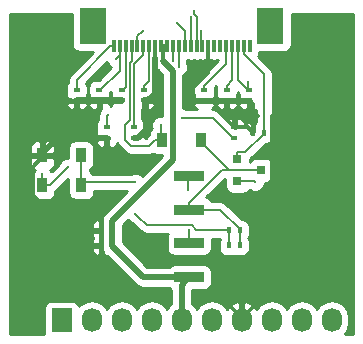
<source format=gtl>
G04 #@! TF.FileFunction,Copper,L1,Top,Signal*
%FSLAX46Y46*%
G04 Gerber Fmt 4.6, Leading zero omitted, Abs format (unit mm)*
G04 Created by KiCad (PCBNEW 4.0.2+e4-6225~38~ubuntu16.04.1-stable) date Mon 15 Aug 2016 02:58:26 PM PDT*
%MOMM*%
G01*
G04 APERTURE LIST*
%ADD10C,0.150000*%
%ADD11R,0.600000X0.400000*%
%ADD12R,0.400000X0.600000*%
%ADD13R,0.910000X1.220000*%
%ADD14R,2.500000X0.900000*%
%ADD15R,1.727200X2.032000*%
%ADD16O,1.727200X2.032000*%
%ADD17R,0.800100X0.800100*%
%ADD18R,0.300000X1.100000*%
%ADD19R,2.300000X3.100000*%
%ADD20C,0.320000*%
%ADD21C,0.160000*%
%ADD22C,0.350000*%
%ADD23C,0.500000*%
%ADD24C,0.254000*%
G04 APERTURE END LIST*
D10*
D11*
X117856000Y-62415000D03*
X117856000Y-63315000D03*
D12*
X125915000Y-72390000D03*
X126815000Y-72390000D03*
X125915000Y-71120000D03*
X126815000Y-71120000D03*
D11*
X123825000Y-60140000D03*
X123825000Y-59240000D03*
X125730000Y-59240000D03*
X125730000Y-60140000D03*
X118745000Y-59240000D03*
X118745000Y-60140000D03*
X115570000Y-62415000D03*
X115570000Y-63315000D03*
X126365000Y-63315000D03*
X126365000Y-62415000D03*
X116840000Y-59240000D03*
X116840000Y-60140000D03*
X114935000Y-59240000D03*
X114935000Y-60140000D03*
X113030000Y-59240000D03*
X113030000Y-60140000D03*
D13*
X113395000Y-67310000D03*
X110125000Y-67310000D03*
X120285000Y-63500000D03*
X123555000Y-63500000D03*
X110125000Y-64770000D03*
X113395000Y-64770000D03*
D14*
X122555000Y-72210000D03*
X122555000Y-75110000D03*
X122555000Y-69395000D03*
X122555000Y-66495000D03*
D15*
X111760000Y-78740000D03*
D16*
X114300000Y-78740000D03*
X116840000Y-78740000D03*
X119380000Y-78740000D03*
X121920000Y-78740000D03*
X124460000Y-78740000D03*
X127000000Y-78740000D03*
X129540000Y-78740000D03*
X132080000Y-78740000D03*
X134620000Y-78740000D03*
D17*
X126634240Y-65090000D03*
X126634240Y-66990000D03*
X128633220Y-66040000D03*
D12*
X128847000Y-62865000D03*
X127947000Y-62865000D03*
D11*
X127635000Y-59240000D03*
X127635000Y-60140000D03*
D12*
X116020000Y-72390000D03*
X115120000Y-72390000D03*
X116020000Y-71120000D03*
X115120000Y-71120000D03*
D18*
X127670000Y-55565000D03*
X127170000Y-55565000D03*
X126670000Y-55565000D03*
X126170000Y-55565000D03*
X125670000Y-55565000D03*
X125170000Y-55565000D03*
X124670000Y-55565000D03*
X124170000Y-55565000D03*
X123670000Y-55565000D03*
X123170000Y-55565000D03*
X122670000Y-55565000D03*
X122170000Y-55565000D03*
X121670000Y-55565000D03*
X121170000Y-55565000D03*
X120670000Y-55565000D03*
X120170000Y-55565000D03*
X119670000Y-55565000D03*
X119170000Y-55565000D03*
X118670000Y-55565000D03*
X118170000Y-55565000D03*
X117670000Y-55565000D03*
X117170000Y-55565000D03*
X116670000Y-55565000D03*
X116170000Y-55565000D03*
D19*
X129420000Y-53840000D03*
X114420000Y-53840000D03*
D20*
X117983000Y-67056000D03*
X117983000Y-69723000D03*
X128397000Y-61468000D03*
X129540000Y-61468000D03*
X120650000Y-76454000D03*
X123063000Y-76454000D03*
X119670000Y-59553002D03*
X122428000Y-59817000D03*
X118618000Y-54229000D03*
X115697000Y-61341000D03*
X120142000Y-62230000D03*
X121920000Y-61595000D03*
X116332000Y-56642000D03*
X112268000Y-65786000D03*
X122428000Y-67691000D03*
X122555000Y-71120000D03*
X122936000Y-52578000D03*
X122667013Y-53100987D03*
X121539000Y-53594000D03*
X121158000Y-56769000D03*
X121666000Y-57277000D03*
X123571000Y-54229000D03*
X127508000Y-58547000D03*
X128143000Y-67056000D03*
D21*
X118142999Y-69882999D02*
X117983000Y-69723000D01*
X118979998Y-70719998D02*
X118142999Y-69882999D01*
X122747002Y-70719998D02*
X118979998Y-70719998D01*
X123147004Y-71120000D02*
X122747002Y-70719998D01*
X125915000Y-71120000D02*
X123147004Y-71120000D01*
X117983000Y-67056000D02*
X113649000Y-67056000D01*
X113649000Y-67056000D02*
X113395000Y-67310000D01*
X125915000Y-72390000D02*
X125915000Y-71120000D01*
X113395000Y-67465000D02*
X113395000Y-67310000D01*
X113395000Y-67310000D02*
X113395000Y-64770000D01*
X126815000Y-72390000D02*
X126815000Y-71120000D01*
X126815000Y-71120000D02*
X126815000Y-71020000D01*
X123965000Y-69395000D02*
X122555000Y-69395000D01*
X126815000Y-71020000D02*
X125190000Y-69395000D01*
X125190000Y-69395000D02*
X123965000Y-69395000D01*
X122555000Y-69395000D02*
X122555000Y-68785000D01*
X122555000Y-68785000D02*
X125300000Y-66040000D01*
X125300000Y-66040000D02*
X128073170Y-66040000D01*
X128073170Y-66040000D02*
X128633220Y-66040000D01*
X128633220Y-66040000D02*
X125940000Y-66040000D01*
X125940000Y-66040000D02*
X123555000Y-63655000D01*
X123555000Y-63655000D02*
X123555000Y-63500000D01*
D22*
X114935000Y-60140000D02*
X113030000Y-60140000D01*
X128397000Y-61468000D02*
X127947000Y-61918000D01*
X127947000Y-61918000D02*
X127947000Y-62865000D01*
X129540000Y-76047600D02*
X129540000Y-61468000D01*
X127000000Y-78587600D02*
X129540000Y-76047600D01*
X124170000Y-55565000D02*
X124170000Y-57791998D01*
X124170000Y-57791998D02*
X122428000Y-59533998D01*
X122428000Y-59533998D02*
X122428000Y-59590726D01*
X122428000Y-59590726D02*
X122428000Y-59817000D01*
X115120000Y-71120000D02*
X112266998Y-71120000D01*
X112266998Y-71120000D02*
X109320000Y-68173002D01*
X109320000Y-68173002D02*
X109320000Y-65730000D01*
X109320000Y-65730000D02*
X110125000Y-64925000D01*
X110125000Y-64925000D02*
X110125000Y-64770000D01*
X115120000Y-72390000D02*
X115120000Y-71120000D01*
X120650000Y-76454000D02*
X118534000Y-76454000D01*
X118534000Y-76454000D02*
X115120000Y-73040000D01*
X115120000Y-73040000D02*
X115120000Y-72390000D01*
X127000000Y-78740000D02*
X127000000Y-78587600D01*
X127000000Y-78587600D02*
X124866400Y-76454000D01*
X124866400Y-76454000D02*
X123063000Y-76454000D01*
X127947000Y-62865000D02*
X127947000Y-60452000D01*
X127947000Y-60452000D02*
X127635000Y-60140000D01*
X127947000Y-62865000D02*
X127497000Y-62415000D01*
X127497000Y-62415000D02*
X126365000Y-62415000D01*
X125730000Y-60140000D02*
X125730000Y-61780000D01*
X125730000Y-61780000D02*
X126365000Y-62415000D01*
X123825000Y-60140000D02*
X122751000Y-60140000D01*
X122751000Y-60140000D02*
X122428000Y-59817000D01*
X127635000Y-60140000D02*
X123825000Y-60140000D01*
X119670000Y-56503002D02*
X119670000Y-55832327D01*
X119670000Y-55832327D02*
X119655001Y-55817328D01*
D23*
X119670000Y-59553002D02*
X119670000Y-56503002D01*
X118745000Y-60140000D02*
X119083002Y-60140000D01*
X119083002Y-60140000D02*
X119670000Y-59553002D01*
X118872000Y-61468000D02*
X118872000Y-60267000D01*
X118872000Y-60267000D02*
X118745000Y-60140000D01*
X117856000Y-63315000D02*
X118194002Y-63315000D01*
X118194002Y-63315000D02*
X118872000Y-62637002D01*
X118872000Y-62637002D02*
X118872000Y-61468000D01*
X115570000Y-63315000D02*
X114480000Y-63315000D01*
X114480000Y-63315000D02*
X113030000Y-61865000D01*
X113030000Y-60140000D02*
X116840000Y-60140000D01*
X113030000Y-60140000D02*
X113030000Y-61865000D01*
X113030000Y-61865000D02*
X111235000Y-63660000D01*
X111235000Y-63660000D02*
X111080000Y-63660000D01*
X111080000Y-63660000D02*
X110125000Y-64615000D01*
X110125000Y-64615000D02*
X110125000Y-64770000D01*
D21*
X123825000Y-59240000D02*
X123825000Y-58880000D01*
X123825000Y-58880000D02*
X125670000Y-57035000D01*
X125670000Y-57035000D02*
X125670000Y-56275000D01*
X125670000Y-56275000D02*
X125670000Y-55565000D01*
X125730000Y-59240000D02*
X125730000Y-58880000D01*
X125730000Y-58880000D02*
X126170000Y-58440000D01*
X126170000Y-58440000D02*
X126170000Y-56275000D01*
X126170000Y-56275000D02*
X126170000Y-55565000D01*
X118745000Y-59240000D02*
X118745000Y-58880000D01*
X118745000Y-58880000D02*
X119170000Y-58455000D01*
X119170000Y-58455000D02*
X119170000Y-56275000D01*
X119170000Y-56275000D02*
X119170000Y-55565000D01*
X117856000Y-62415000D02*
X117856000Y-57089000D01*
X117856000Y-57089000D02*
X118670000Y-56275000D01*
X118204999Y-56740001D02*
X118670000Y-56275000D01*
X118670000Y-56275000D02*
X118670000Y-55565000D01*
X118618000Y-54229000D02*
X118170000Y-54677000D01*
X118170000Y-54677000D02*
X118170000Y-55565000D01*
X115570000Y-62415000D02*
X115570000Y-61468000D01*
X115570000Y-61468000D02*
X115697000Y-61341000D01*
X120142000Y-62230000D02*
X120142000Y-63357000D01*
X120142000Y-63357000D02*
X120285000Y-63500000D01*
X124545000Y-61595000D02*
X121920000Y-61595000D01*
X126365000Y-63315000D02*
X126265000Y-63315000D01*
X126265000Y-63315000D02*
X124545000Y-61595000D01*
X117094000Y-63485002D02*
X117094000Y-62244998D01*
X117094000Y-62244998D02*
X117535990Y-61803008D01*
X119162000Y-64008000D02*
X117616998Y-64008000D01*
X117616998Y-64008000D02*
X117094000Y-63485002D01*
X120285000Y-63500000D02*
X119670000Y-63500000D01*
X119670000Y-63500000D02*
X119162000Y-64008000D01*
X117535990Y-56956448D02*
X117670000Y-56822438D01*
X117535990Y-61803008D02*
X117535990Y-56956448D01*
X117670000Y-56275000D02*
X117670000Y-55565000D01*
X117670000Y-56822438D02*
X117670000Y-56275000D01*
X116840000Y-59240000D02*
X116940000Y-59240000D01*
X116940000Y-59240000D02*
X117170000Y-59010000D01*
X117170000Y-59010000D02*
X117170000Y-56275000D01*
X117170000Y-56275000D02*
X117170000Y-55565000D01*
X114935000Y-59240000D02*
X115035000Y-59240000D01*
X115035000Y-59240000D02*
X116670000Y-57605000D01*
X116670000Y-57605000D02*
X116670000Y-56275000D01*
X116670000Y-56275000D02*
X116670000Y-55565000D01*
X116332000Y-56642000D02*
X116670000Y-56304000D01*
X116670000Y-56304000D02*
X116670000Y-55565000D01*
X110125000Y-67310000D02*
X110744000Y-67310000D01*
X110744000Y-67310000D02*
X112268000Y-65786000D01*
X110125000Y-67310000D02*
X110125000Y-66267002D01*
X114835000Y-59240000D02*
X114935000Y-59240000D01*
X113030000Y-59240000D02*
X113030000Y-58395000D01*
X115860000Y-55565000D02*
X116170000Y-55565000D01*
X113030000Y-58395000D02*
X115860000Y-55565000D01*
D22*
X120670000Y-55565000D02*
X120170000Y-55565000D01*
X120330011Y-56784613D02*
X120330011Y-55725011D01*
X120330011Y-55725011D02*
X120170000Y-55565000D01*
D23*
X121150001Y-57604603D02*
X120330011Y-56784613D01*
X121150001Y-65189999D02*
X121150001Y-57604603D01*
X116020000Y-70320000D02*
X121150001Y-65189999D01*
X116020000Y-71120000D02*
X116020000Y-70320000D01*
X116020000Y-72390000D02*
X116020000Y-71120000D01*
X122555000Y-75110000D02*
X118640000Y-75110000D01*
X118640000Y-75110000D02*
X116020000Y-72490000D01*
X116020000Y-72490000D02*
X116020000Y-72390000D01*
X121920000Y-78740000D02*
X121920000Y-75745000D01*
X121920000Y-75745000D02*
X122555000Y-75110000D01*
D21*
X122428000Y-67691000D02*
X122428000Y-66622000D01*
X122428000Y-66622000D02*
X122555000Y-66495000D01*
X122555000Y-72210000D02*
X122555000Y-71120000D01*
X122936000Y-52578000D02*
X122936000Y-52804274D01*
X122936000Y-52804274D02*
X123170000Y-53038274D01*
X123170000Y-53038274D02*
X123170000Y-54855000D01*
X123170000Y-54855000D02*
X123170000Y-55565000D01*
X122667013Y-53100987D02*
X122667013Y-55562013D01*
X122170000Y-54225000D02*
X122170000Y-54860000D01*
X122170000Y-54860000D02*
X122170000Y-55565000D01*
X121539000Y-53594000D02*
X122170000Y-54225000D01*
X121158000Y-56769000D02*
X121158000Y-55577000D01*
X121158000Y-55577000D02*
X121170000Y-55565000D01*
X121666000Y-57277000D02*
X121666000Y-55569000D01*
X121666000Y-55569000D02*
X121670000Y-55565000D01*
X123571000Y-54229000D02*
X123571000Y-55466000D01*
X123571000Y-55466000D02*
X123670000Y-55565000D01*
X128847000Y-62865000D02*
X128847000Y-62473000D01*
X128847000Y-62473000D02*
X128905000Y-62415000D01*
X126634240Y-64529950D02*
X127282050Y-64529950D01*
X127282050Y-64529950D02*
X128847000Y-62965000D01*
X128847000Y-62965000D02*
X128847000Y-62865000D01*
X126634240Y-65090000D02*
X126634240Y-64529950D01*
X128905000Y-62415000D02*
X128905000Y-57932002D01*
X128905000Y-57932002D02*
X127170000Y-56197002D01*
X127170000Y-56197002D02*
X127170000Y-55565000D01*
X127508000Y-58547000D02*
X127508000Y-59113000D01*
X127508000Y-59113000D02*
X127635000Y-59240000D01*
X126634240Y-66990000D02*
X128077000Y-66990000D01*
X128077000Y-66990000D02*
X128143000Y-67056000D01*
X127635000Y-59240000D02*
X127535000Y-59240000D01*
X127535000Y-59240000D02*
X126670000Y-58375000D01*
X126670000Y-58375000D02*
X126670000Y-56275000D01*
X126670000Y-56275000D02*
X126670000Y-55565000D01*
D24*
G36*
X112622560Y-55390000D02*
X112666838Y-55625317D01*
X112805910Y-55841441D01*
X113018110Y-55986431D01*
X113270000Y-56037440D01*
X114376397Y-56037440D01*
X112524419Y-57889419D01*
X112369426Y-58121381D01*
X112315000Y-58395000D01*
X112315000Y-58552461D01*
X112278559Y-58575910D01*
X112133569Y-58788110D01*
X112082560Y-59040000D01*
X112082560Y-59440000D01*
X112126838Y-59675317D01*
X112142339Y-59699406D01*
X112095000Y-59813691D01*
X112095000Y-59881250D01*
X112253750Y-60040000D01*
X112495734Y-60040000D01*
X112730000Y-60087440D01*
X113330000Y-60087440D01*
X113565317Y-60043162D01*
X113570231Y-60040000D01*
X113806250Y-60040000D01*
X113965000Y-59881250D01*
X113965000Y-59813691D01*
X113919033Y-59702717D01*
X113926431Y-59691890D01*
X113977440Y-59440000D01*
X113977440Y-59040000D01*
X113933162Y-58804683D01*
X113815042Y-58621120D01*
X115566059Y-56870104D01*
X115657639Y-57091743D01*
X115881081Y-57315575D01*
X115928551Y-57335287D01*
X114871278Y-58392560D01*
X114635000Y-58392560D01*
X114399683Y-58436838D01*
X114183559Y-58575910D01*
X114038569Y-58788110D01*
X113987560Y-59040000D01*
X113987560Y-59440000D01*
X114031838Y-59675317D01*
X114047339Y-59699406D01*
X114000000Y-59813691D01*
X114000000Y-59881250D01*
X114158750Y-60040000D01*
X114400734Y-60040000D01*
X114635000Y-60087440D01*
X115235000Y-60087440D01*
X115470317Y-60043162D01*
X115475231Y-60040000D01*
X115711250Y-60040000D01*
X115870000Y-59881250D01*
X115870000Y-59813691D01*
X115824033Y-59702717D01*
X115831431Y-59691890D01*
X115882440Y-59440000D01*
X115882440Y-59403722D01*
X115892560Y-59393602D01*
X115892560Y-59440000D01*
X115936838Y-59675317D01*
X115952339Y-59699406D01*
X115905000Y-59813691D01*
X115905000Y-59881250D01*
X116063750Y-60040000D01*
X116305734Y-60040000D01*
X116540000Y-60087440D01*
X116820990Y-60087440D01*
X116820990Y-60287000D01*
X116713000Y-60287000D01*
X116713000Y-60240000D01*
X116063750Y-60240000D01*
X115905000Y-60398750D01*
X115905000Y-60466309D01*
X115955149Y-60587380D01*
X115855829Y-60546138D01*
X115836941Y-60546122D01*
X115870000Y-60466309D01*
X115870000Y-60398750D01*
X115711250Y-60240000D01*
X115062000Y-60240000D01*
X115062000Y-60816250D01*
X115079677Y-60833927D01*
X115023425Y-60890081D01*
X114902138Y-61182171D01*
X114902095Y-61231236D01*
X114855000Y-61468000D01*
X114855000Y-61727461D01*
X114818559Y-61750910D01*
X114673569Y-61963110D01*
X114622560Y-62215000D01*
X114622560Y-62615000D01*
X114666838Y-62850317D01*
X114682339Y-62874406D01*
X114635000Y-62988691D01*
X114635000Y-63056250D01*
X114793750Y-63215000D01*
X115035734Y-63215000D01*
X115270000Y-63262440D01*
X115717000Y-63262440D01*
X115717000Y-63415000D01*
X115697000Y-63415000D01*
X115697000Y-63991250D01*
X115855750Y-64150000D01*
X115996310Y-64150000D01*
X116229699Y-64053327D01*
X116408327Y-63874698D01*
X116447613Y-63779853D01*
X116588419Y-63990583D01*
X117111417Y-64513581D01*
X117343379Y-64668574D01*
X117616998Y-64723000D01*
X119162000Y-64723000D01*
X119435619Y-64668574D01*
X119479648Y-64639155D01*
X119578110Y-64706431D01*
X119830000Y-64757440D01*
X120265001Y-64757440D01*
X120265001Y-64823420D01*
X118569839Y-66518582D01*
X118433919Y-66382425D01*
X118141829Y-66261138D01*
X117825558Y-66260862D01*
X117631610Y-66341000D01*
X114373574Y-66341000D01*
X114314090Y-66248559D01*
X114110000Y-66109110D01*
X114110000Y-65967279D01*
X114301441Y-65844090D01*
X114446431Y-65631890D01*
X114497440Y-65380000D01*
X114497440Y-64160000D01*
X114453162Y-63924683D01*
X114314090Y-63708559D01*
X114116791Y-63573750D01*
X114635000Y-63573750D01*
X114635000Y-63641309D01*
X114731673Y-63874698D01*
X114910301Y-64053327D01*
X115143690Y-64150000D01*
X115284250Y-64150000D01*
X115443000Y-63991250D01*
X115443000Y-63415000D01*
X114793750Y-63415000D01*
X114635000Y-63573750D01*
X114116791Y-63573750D01*
X114101890Y-63563569D01*
X113850000Y-63512560D01*
X112940000Y-63512560D01*
X112704683Y-63556838D01*
X112488559Y-63695910D01*
X112343569Y-63908110D01*
X112292560Y-64160000D01*
X112292560Y-64991021D01*
X112110558Y-64990862D01*
X111818257Y-65111639D01*
X111594425Y-65335081D01*
X111513949Y-65528888D01*
X110895682Y-66147156D01*
X110831890Y-66103569D01*
X110806467Y-66098421D01*
X110785574Y-65993383D01*
X110779704Y-65984599D01*
X110939698Y-65918327D01*
X111118327Y-65739699D01*
X111215000Y-65506310D01*
X111215000Y-65055750D01*
X111056250Y-64897000D01*
X110252000Y-64897000D01*
X110252000Y-64917000D01*
X109998000Y-64917000D01*
X109998000Y-64897000D01*
X109193750Y-64897000D01*
X109035000Y-65055750D01*
X109035000Y-65506310D01*
X109131673Y-65739699D01*
X109310302Y-65918327D01*
X109470296Y-65984599D01*
X109464426Y-65993383D01*
X109444204Y-66095047D01*
X109434683Y-66096838D01*
X109218559Y-66235910D01*
X109073569Y-66448110D01*
X109022560Y-66700000D01*
X109022560Y-67920000D01*
X109066838Y-68155317D01*
X109205910Y-68371441D01*
X109418110Y-68516431D01*
X109670000Y-68567440D01*
X110580000Y-68567440D01*
X110815317Y-68523162D01*
X111031441Y-68384090D01*
X111176431Y-68171890D01*
X111227440Y-67920000D01*
X111227440Y-67830375D01*
X111249581Y-67815581D01*
X112292560Y-66772603D01*
X112292560Y-67920000D01*
X112336838Y-68155317D01*
X112475910Y-68371441D01*
X112688110Y-68516431D01*
X112940000Y-68567440D01*
X113850000Y-68567440D01*
X114085317Y-68523162D01*
X114301441Y-68384090D01*
X114446431Y-68171890D01*
X114497440Y-67920000D01*
X114497440Y-67771000D01*
X117317420Y-67771000D01*
X115394210Y-69694210D01*
X115202367Y-69981325D01*
X115202367Y-69981326D01*
X115134999Y-70320000D01*
X115135000Y-70320005D01*
X115135000Y-72489995D01*
X115134999Y-72490000D01*
X115172560Y-72678828D01*
X115172560Y-72690000D01*
X115216838Y-72925317D01*
X115220000Y-72930231D01*
X115220000Y-73166250D01*
X115378750Y-73325000D01*
X115446309Y-73325000D01*
X115557283Y-73279033D01*
X115557821Y-73279401D01*
X118014208Y-75735787D01*
X118014210Y-75735790D01*
X118206054Y-75863975D01*
X118301326Y-75927634D01*
X118640000Y-75995001D01*
X118640005Y-75995000D01*
X120830331Y-75995000D01*
X120840910Y-76011441D01*
X121035000Y-76144057D01*
X121035000Y-77378874D01*
X120860330Y-77495585D01*
X120650000Y-77810366D01*
X120439670Y-77495585D01*
X119953489Y-77170729D01*
X119380000Y-77056655D01*
X118806511Y-77170729D01*
X118320330Y-77495585D01*
X118110000Y-77810366D01*
X117899670Y-77495585D01*
X117413489Y-77170729D01*
X116840000Y-77056655D01*
X116266511Y-77170729D01*
X115780330Y-77495585D01*
X115570000Y-77810366D01*
X115359670Y-77495585D01*
X114873489Y-77170729D01*
X114300000Y-77056655D01*
X113726511Y-77170729D01*
X113240330Y-77495585D01*
X113230757Y-77509913D01*
X113226762Y-77488683D01*
X113087690Y-77272559D01*
X112875490Y-77127569D01*
X112623600Y-77076560D01*
X110896400Y-77076560D01*
X110661083Y-77120838D01*
X110444959Y-77259910D01*
X110299969Y-77472110D01*
X110248960Y-77724000D01*
X110248960Y-79756000D01*
X110282641Y-79935000D01*
X107390000Y-79935000D01*
X107390000Y-72675750D01*
X114285000Y-72675750D01*
X114285000Y-72816310D01*
X114381673Y-73049699D01*
X114560302Y-73228327D01*
X114793691Y-73325000D01*
X114861250Y-73325000D01*
X115020000Y-73166250D01*
X115020000Y-72517000D01*
X114443750Y-72517000D01*
X114285000Y-72675750D01*
X107390000Y-72675750D01*
X107390000Y-71405750D01*
X114285000Y-71405750D01*
X114285000Y-71546310D01*
X114371442Y-71755000D01*
X114285000Y-71963690D01*
X114285000Y-72104250D01*
X114443750Y-72263000D01*
X115020000Y-72263000D01*
X115020000Y-71247000D01*
X114443750Y-71247000D01*
X114285000Y-71405750D01*
X107390000Y-71405750D01*
X107390000Y-70693690D01*
X114285000Y-70693690D01*
X114285000Y-70834250D01*
X114443750Y-70993000D01*
X115020000Y-70993000D01*
X115020000Y-70343750D01*
X114861250Y-70185000D01*
X114793691Y-70185000D01*
X114560302Y-70281673D01*
X114381673Y-70460301D01*
X114285000Y-70693690D01*
X107390000Y-70693690D01*
X107390000Y-64033690D01*
X109035000Y-64033690D01*
X109035000Y-64484250D01*
X109193750Y-64643000D01*
X109998000Y-64643000D01*
X109998000Y-63683750D01*
X110252000Y-63683750D01*
X110252000Y-64643000D01*
X111056250Y-64643000D01*
X111215000Y-64484250D01*
X111215000Y-64033690D01*
X111118327Y-63800301D01*
X110939698Y-63621673D01*
X110706309Y-63525000D01*
X110410750Y-63525000D01*
X110252000Y-63683750D01*
X109998000Y-63683750D01*
X109839250Y-63525000D01*
X109543691Y-63525000D01*
X109310302Y-63621673D01*
X109131673Y-63800301D01*
X109035000Y-64033690D01*
X107390000Y-64033690D01*
X107390000Y-60398750D01*
X112095000Y-60398750D01*
X112095000Y-60466309D01*
X112191673Y-60699698D01*
X112370301Y-60878327D01*
X112603690Y-60975000D01*
X112744250Y-60975000D01*
X112903000Y-60816250D01*
X112903000Y-60240000D01*
X113157000Y-60240000D01*
X113157000Y-60816250D01*
X113315750Y-60975000D01*
X113456310Y-60975000D01*
X113689699Y-60878327D01*
X113868327Y-60699698D01*
X113965000Y-60466309D01*
X113965000Y-60398750D01*
X114000000Y-60398750D01*
X114000000Y-60466309D01*
X114096673Y-60699698D01*
X114275301Y-60878327D01*
X114508690Y-60975000D01*
X114649250Y-60975000D01*
X114808000Y-60816250D01*
X114808000Y-60240000D01*
X114158750Y-60240000D01*
X114000000Y-60398750D01*
X113965000Y-60398750D01*
X113806250Y-60240000D01*
X113157000Y-60240000D01*
X112903000Y-60240000D01*
X112253750Y-60240000D01*
X112095000Y-60398750D01*
X107390000Y-60398750D01*
X107390000Y-52780000D01*
X112622560Y-52780000D01*
X112622560Y-55390000D01*
X112622560Y-55390000D01*
G37*
X112622560Y-55390000D02*
X112666838Y-55625317D01*
X112805910Y-55841441D01*
X113018110Y-55986431D01*
X113270000Y-56037440D01*
X114376397Y-56037440D01*
X112524419Y-57889419D01*
X112369426Y-58121381D01*
X112315000Y-58395000D01*
X112315000Y-58552461D01*
X112278559Y-58575910D01*
X112133569Y-58788110D01*
X112082560Y-59040000D01*
X112082560Y-59440000D01*
X112126838Y-59675317D01*
X112142339Y-59699406D01*
X112095000Y-59813691D01*
X112095000Y-59881250D01*
X112253750Y-60040000D01*
X112495734Y-60040000D01*
X112730000Y-60087440D01*
X113330000Y-60087440D01*
X113565317Y-60043162D01*
X113570231Y-60040000D01*
X113806250Y-60040000D01*
X113965000Y-59881250D01*
X113965000Y-59813691D01*
X113919033Y-59702717D01*
X113926431Y-59691890D01*
X113977440Y-59440000D01*
X113977440Y-59040000D01*
X113933162Y-58804683D01*
X113815042Y-58621120D01*
X115566059Y-56870104D01*
X115657639Y-57091743D01*
X115881081Y-57315575D01*
X115928551Y-57335287D01*
X114871278Y-58392560D01*
X114635000Y-58392560D01*
X114399683Y-58436838D01*
X114183559Y-58575910D01*
X114038569Y-58788110D01*
X113987560Y-59040000D01*
X113987560Y-59440000D01*
X114031838Y-59675317D01*
X114047339Y-59699406D01*
X114000000Y-59813691D01*
X114000000Y-59881250D01*
X114158750Y-60040000D01*
X114400734Y-60040000D01*
X114635000Y-60087440D01*
X115235000Y-60087440D01*
X115470317Y-60043162D01*
X115475231Y-60040000D01*
X115711250Y-60040000D01*
X115870000Y-59881250D01*
X115870000Y-59813691D01*
X115824033Y-59702717D01*
X115831431Y-59691890D01*
X115882440Y-59440000D01*
X115882440Y-59403722D01*
X115892560Y-59393602D01*
X115892560Y-59440000D01*
X115936838Y-59675317D01*
X115952339Y-59699406D01*
X115905000Y-59813691D01*
X115905000Y-59881250D01*
X116063750Y-60040000D01*
X116305734Y-60040000D01*
X116540000Y-60087440D01*
X116820990Y-60087440D01*
X116820990Y-60287000D01*
X116713000Y-60287000D01*
X116713000Y-60240000D01*
X116063750Y-60240000D01*
X115905000Y-60398750D01*
X115905000Y-60466309D01*
X115955149Y-60587380D01*
X115855829Y-60546138D01*
X115836941Y-60546122D01*
X115870000Y-60466309D01*
X115870000Y-60398750D01*
X115711250Y-60240000D01*
X115062000Y-60240000D01*
X115062000Y-60816250D01*
X115079677Y-60833927D01*
X115023425Y-60890081D01*
X114902138Y-61182171D01*
X114902095Y-61231236D01*
X114855000Y-61468000D01*
X114855000Y-61727461D01*
X114818559Y-61750910D01*
X114673569Y-61963110D01*
X114622560Y-62215000D01*
X114622560Y-62615000D01*
X114666838Y-62850317D01*
X114682339Y-62874406D01*
X114635000Y-62988691D01*
X114635000Y-63056250D01*
X114793750Y-63215000D01*
X115035734Y-63215000D01*
X115270000Y-63262440D01*
X115717000Y-63262440D01*
X115717000Y-63415000D01*
X115697000Y-63415000D01*
X115697000Y-63991250D01*
X115855750Y-64150000D01*
X115996310Y-64150000D01*
X116229699Y-64053327D01*
X116408327Y-63874698D01*
X116447613Y-63779853D01*
X116588419Y-63990583D01*
X117111417Y-64513581D01*
X117343379Y-64668574D01*
X117616998Y-64723000D01*
X119162000Y-64723000D01*
X119435619Y-64668574D01*
X119479648Y-64639155D01*
X119578110Y-64706431D01*
X119830000Y-64757440D01*
X120265001Y-64757440D01*
X120265001Y-64823420D01*
X118569839Y-66518582D01*
X118433919Y-66382425D01*
X118141829Y-66261138D01*
X117825558Y-66260862D01*
X117631610Y-66341000D01*
X114373574Y-66341000D01*
X114314090Y-66248559D01*
X114110000Y-66109110D01*
X114110000Y-65967279D01*
X114301441Y-65844090D01*
X114446431Y-65631890D01*
X114497440Y-65380000D01*
X114497440Y-64160000D01*
X114453162Y-63924683D01*
X114314090Y-63708559D01*
X114116791Y-63573750D01*
X114635000Y-63573750D01*
X114635000Y-63641309D01*
X114731673Y-63874698D01*
X114910301Y-64053327D01*
X115143690Y-64150000D01*
X115284250Y-64150000D01*
X115443000Y-63991250D01*
X115443000Y-63415000D01*
X114793750Y-63415000D01*
X114635000Y-63573750D01*
X114116791Y-63573750D01*
X114101890Y-63563569D01*
X113850000Y-63512560D01*
X112940000Y-63512560D01*
X112704683Y-63556838D01*
X112488559Y-63695910D01*
X112343569Y-63908110D01*
X112292560Y-64160000D01*
X112292560Y-64991021D01*
X112110558Y-64990862D01*
X111818257Y-65111639D01*
X111594425Y-65335081D01*
X111513949Y-65528888D01*
X110895682Y-66147156D01*
X110831890Y-66103569D01*
X110806467Y-66098421D01*
X110785574Y-65993383D01*
X110779704Y-65984599D01*
X110939698Y-65918327D01*
X111118327Y-65739699D01*
X111215000Y-65506310D01*
X111215000Y-65055750D01*
X111056250Y-64897000D01*
X110252000Y-64897000D01*
X110252000Y-64917000D01*
X109998000Y-64917000D01*
X109998000Y-64897000D01*
X109193750Y-64897000D01*
X109035000Y-65055750D01*
X109035000Y-65506310D01*
X109131673Y-65739699D01*
X109310302Y-65918327D01*
X109470296Y-65984599D01*
X109464426Y-65993383D01*
X109444204Y-66095047D01*
X109434683Y-66096838D01*
X109218559Y-66235910D01*
X109073569Y-66448110D01*
X109022560Y-66700000D01*
X109022560Y-67920000D01*
X109066838Y-68155317D01*
X109205910Y-68371441D01*
X109418110Y-68516431D01*
X109670000Y-68567440D01*
X110580000Y-68567440D01*
X110815317Y-68523162D01*
X111031441Y-68384090D01*
X111176431Y-68171890D01*
X111227440Y-67920000D01*
X111227440Y-67830375D01*
X111249581Y-67815581D01*
X112292560Y-66772603D01*
X112292560Y-67920000D01*
X112336838Y-68155317D01*
X112475910Y-68371441D01*
X112688110Y-68516431D01*
X112940000Y-68567440D01*
X113850000Y-68567440D01*
X114085317Y-68523162D01*
X114301441Y-68384090D01*
X114446431Y-68171890D01*
X114497440Y-67920000D01*
X114497440Y-67771000D01*
X117317420Y-67771000D01*
X115394210Y-69694210D01*
X115202367Y-69981325D01*
X115202367Y-69981326D01*
X115134999Y-70320000D01*
X115135000Y-70320005D01*
X115135000Y-72489995D01*
X115134999Y-72490000D01*
X115172560Y-72678828D01*
X115172560Y-72690000D01*
X115216838Y-72925317D01*
X115220000Y-72930231D01*
X115220000Y-73166250D01*
X115378750Y-73325000D01*
X115446309Y-73325000D01*
X115557283Y-73279033D01*
X115557821Y-73279401D01*
X118014208Y-75735787D01*
X118014210Y-75735790D01*
X118206054Y-75863975D01*
X118301326Y-75927634D01*
X118640000Y-75995001D01*
X118640005Y-75995000D01*
X120830331Y-75995000D01*
X120840910Y-76011441D01*
X121035000Y-76144057D01*
X121035000Y-77378874D01*
X120860330Y-77495585D01*
X120650000Y-77810366D01*
X120439670Y-77495585D01*
X119953489Y-77170729D01*
X119380000Y-77056655D01*
X118806511Y-77170729D01*
X118320330Y-77495585D01*
X118110000Y-77810366D01*
X117899670Y-77495585D01*
X117413489Y-77170729D01*
X116840000Y-77056655D01*
X116266511Y-77170729D01*
X115780330Y-77495585D01*
X115570000Y-77810366D01*
X115359670Y-77495585D01*
X114873489Y-77170729D01*
X114300000Y-77056655D01*
X113726511Y-77170729D01*
X113240330Y-77495585D01*
X113230757Y-77509913D01*
X113226762Y-77488683D01*
X113087690Y-77272559D01*
X112875490Y-77127569D01*
X112623600Y-77076560D01*
X110896400Y-77076560D01*
X110661083Y-77120838D01*
X110444959Y-77259910D01*
X110299969Y-77472110D01*
X110248960Y-77724000D01*
X110248960Y-79756000D01*
X110282641Y-79935000D01*
X107390000Y-79935000D01*
X107390000Y-72675750D01*
X114285000Y-72675750D01*
X114285000Y-72816310D01*
X114381673Y-73049699D01*
X114560302Y-73228327D01*
X114793691Y-73325000D01*
X114861250Y-73325000D01*
X115020000Y-73166250D01*
X115020000Y-72517000D01*
X114443750Y-72517000D01*
X114285000Y-72675750D01*
X107390000Y-72675750D01*
X107390000Y-71405750D01*
X114285000Y-71405750D01*
X114285000Y-71546310D01*
X114371442Y-71755000D01*
X114285000Y-71963690D01*
X114285000Y-72104250D01*
X114443750Y-72263000D01*
X115020000Y-72263000D01*
X115020000Y-71247000D01*
X114443750Y-71247000D01*
X114285000Y-71405750D01*
X107390000Y-71405750D01*
X107390000Y-70693690D01*
X114285000Y-70693690D01*
X114285000Y-70834250D01*
X114443750Y-70993000D01*
X115020000Y-70993000D01*
X115020000Y-70343750D01*
X114861250Y-70185000D01*
X114793691Y-70185000D01*
X114560302Y-70281673D01*
X114381673Y-70460301D01*
X114285000Y-70693690D01*
X107390000Y-70693690D01*
X107390000Y-64033690D01*
X109035000Y-64033690D01*
X109035000Y-64484250D01*
X109193750Y-64643000D01*
X109998000Y-64643000D01*
X109998000Y-63683750D01*
X110252000Y-63683750D01*
X110252000Y-64643000D01*
X111056250Y-64643000D01*
X111215000Y-64484250D01*
X111215000Y-64033690D01*
X111118327Y-63800301D01*
X110939698Y-63621673D01*
X110706309Y-63525000D01*
X110410750Y-63525000D01*
X110252000Y-63683750D01*
X109998000Y-63683750D01*
X109839250Y-63525000D01*
X109543691Y-63525000D01*
X109310302Y-63621673D01*
X109131673Y-63800301D01*
X109035000Y-64033690D01*
X107390000Y-64033690D01*
X107390000Y-60398750D01*
X112095000Y-60398750D01*
X112095000Y-60466309D01*
X112191673Y-60699698D01*
X112370301Y-60878327D01*
X112603690Y-60975000D01*
X112744250Y-60975000D01*
X112903000Y-60816250D01*
X112903000Y-60240000D01*
X113157000Y-60240000D01*
X113157000Y-60816250D01*
X113315750Y-60975000D01*
X113456310Y-60975000D01*
X113689699Y-60878327D01*
X113868327Y-60699698D01*
X113965000Y-60466309D01*
X113965000Y-60398750D01*
X114000000Y-60398750D01*
X114000000Y-60466309D01*
X114096673Y-60699698D01*
X114275301Y-60878327D01*
X114508690Y-60975000D01*
X114649250Y-60975000D01*
X114808000Y-60816250D01*
X114808000Y-60240000D01*
X114158750Y-60240000D01*
X114000000Y-60398750D01*
X113965000Y-60398750D01*
X113806250Y-60240000D01*
X113157000Y-60240000D01*
X112903000Y-60240000D01*
X112253750Y-60240000D01*
X112095000Y-60398750D01*
X107390000Y-60398750D01*
X107390000Y-52780000D01*
X112622560Y-52780000D01*
X112622560Y-55390000D01*
G36*
X136450000Y-79935000D02*
X135712688Y-79935000D01*
X136004526Y-79498234D01*
X136118600Y-78924745D01*
X136118600Y-78555255D01*
X136004526Y-77981766D01*
X135679670Y-77495585D01*
X135193489Y-77170729D01*
X134620000Y-77056655D01*
X134046511Y-77170729D01*
X133560330Y-77495585D01*
X133350000Y-77810366D01*
X133139670Y-77495585D01*
X132653489Y-77170729D01*
X132080000Y-77056655D01*
X131506511Y-77170729D01*
X131020330Y-77495585D01*
X130810000Y-77810366D01*
X130599670Y-77495585D01*
X130113489Y-77170729D01*
X129540000Y-77056655D01*
X128966511Y-77170729D01*
X128480330Y-77495585D01*
X128273539Y-77805069D01*
X127902036Y-77389268D01*
X127374791Y-77135291D01*
X127359026Y-77132642D01*
X127127000Y-77253783D01*
X127127000Y-78613000D01*
X127147000Y-78613000D01*
X127147000Y-78867000D01*
X127127000Y-78867000D01*
X127127000Y-78887000D01*
X126873000Y-78887000D01*
X126873000Y-78867000D01*
X126853000Y-78867000D01*
X126853000Y-78613000D01*
X126873000Y-78613000D01*
X126873000Y-77253783D01*
X126640974Y-77132642D01*
X126625209Y-77135291D01*
X126097964Y-77389268D01*
X125726461Y-77805069D01*
X125519670Y-77495585D01*
X125033489Y-77170729D01*
X124460000Y-77056655D01*
X123886511Y-77170729D01*
X123400330Y-77495585D01*
X123190000Y-77810366D01*
X122979670Y-77495585D01*
X122805000Y-77378874D01*
X122805000Y-76207440D01*
X123805000Y-76207440D01*
X124040317Y-76163162D01*
X124256441Y-76024090D01*
X124401431Y-75811890D01*
X124452440Y-75560000D01*
X124452440Y-74660000D01*
X124408162Y-74424683D01*
X124269090Y-74208559D01*
X124056890Y-74063569D01*
X123805000Y-74012560D01*
X121305000Y-74012560D01*
X121069683Y-74056838D01*
X120853559Y-74195910D01*
X120833683Y-74225000D01*
X119006579Y-74225000D01*
X116905000Y-72123420D01*
X116905000Y-70686580D01*
X117363690Y-70227890D01*
X117532081Y-70396575D01*
X117725890Y-70477052D01*
X118474416Y-71225579D01*
X118706379Y-71380572D01*
X118979998Y-71434998D01*
X120758524Y-71434998D01*
X120708569Y-71508110D01*
X120657560Y-71760000D01*
X120657560Y-72660000D01*
X120701838Y-72895317D01*
X120840910Y-73111441D01*
X121053110Y-73256431D01*
X121305000Y-73307440D01*
X123805000Y-73307440D01*
X124040317Y-73263162D01*
X124256441Y-73124090D01*
X124401431Y-72911890D01*
X124452440Y-72660000D01*
X124452440Y-71835000D01*
X125120694Y-71835000D01*
X125118569Y-71838110D01*
X125067560Y-72090000D01*
X125067560Y-72690000D01*
X125111838Y-72925317D01*
X125250910Y-73141441D01*
X125463110Y-73286431D01*
X125715000Y-73337440D01*
X126115000Y-73337440D01*
X126350317Y-73293162D01*
X126361979Y-73285658D01*
X126363110Y-73286431D01*
X126615000Y-73337440D01*
X127015000Y-73337440D01*
X127250317Y-73293162D01*
X127466441Y-73154090D01*
X127611431Y-72941890D01*
X127662440Y-72690000D01*
X127662440Y-72090000D01*
X127618162Y-71854683D01*
X127554322Y-71755472D01*
X127611431Y-71671890D01*
X127662440Y-71420000D01*
X127662440Y-70820000D01*
X127618162Y-70584683D01*
X127479090Y-70368559D01*
X127266890Y-70223569D01*
X127015000Y-70172560D01*
X126978722Y-70172560D01*
X125695581Y-68889419D01*
X125463619Y-68734426D01*
X125190000Y-68680000D01*
X124389062Y-68680000D01*
X124269090Y-68493559D01*
X124056890Y-68348569D01*
X124011737Y-68339425D01*
X125586750Y-66764413D01*
X125586750Y-67390050D01*
X125631028Y-67625367D01*
X125770100Y-67841491D01*
X125982300Y-67986481D01*
X126234190Y-68037490D01*
X127034290Y-68037490D01*
X127269607Y-67993212D01*
X127485731Y-67854140D01*
X127587634Y-67705000D01*
X127667549Y-67705000D01*
X127692081Y-67729575D01*
X127984171Y-67850862D01*
X128300442Y-67851138D01*
X128592743Y-67730361D01*
X128816575Y-67506919D01*
X128937862Y-67214829D01*
X128937973Y-67087490D01*
X129033270Y-67087490D01*
X129268587Y-67043212D01*
X129484711Y-66904140D01*
X129629701Y-66691940D01*
X129680710Y-66440050D01*
X129680710Y-65639950D01*
X129636432Y-65404633D01*
X129497360Y-65188509D01*
X129285160Y-65043519D01*
X129033270Y-64992510D01*
X128233170Y-64992510D01*
X127997853Y-65036788D01*
X127781729Y-65175860D01*
X127681730Y-65322213D01*
X127681730Y-65106292D01*
X127787631Y-65035531D01*
X129010723Y-63812440D01*
X129047000Y-63812440D01*
X129282317Y-63768162D01*
X129498441Y-63629090D01*
X129643431Y-63416890D01*
X129694440Y-63165000D01*
X129694440Y-62565000D01*
X129650162Y-62329683D01*
X129620000Y-62282810D01*
X129620000Y-57932002D01*
X129611530Y-57889419D01*
X129565575Y-57658384D01*
X129410582Y-57426421D01*
X128389892Y-56405731D01*
X128416431Y-56366890D01*
X128467440Y-56115000D01*
X128467440Y-56037440D01*
X130570000Y-56037440D01*
X130805317Y-55993162D01*
X131021441Y-55854090D01*
X131166431Y-55641890D01*
X131217440Y-55390000D01*
X131217440Y-52780000D01*
X136450000Y-52780000D01*
X136450000Y-79935000D01*
X136450000Y-79935000D01*
G37*
X136450000Y-79935000D02*
X135712688Y-79935000D01*
X136004526Y-79498234D01*
X136118600Y-78924745D01*
X136118600Y-78555255D01*
X136004526Y-77981766D01*
X135679670Y-77495585D01*
X135193489Y-77170729D01*
X134620000Y-77056655D01*
X134046511Y-77170729D01*
X133560330Y-77495585D01*
X133350000Y-77810366D01*
X133139670Y-77495585D01*
X132653489Y-77170729D01*
X132080000Y-77056655D01*
X131506511Y-77170729D01*
X131020330Y-77495585D01*
X130810000Y-77810366D01*
X130599670Y-77495585D01*
X130113489Y-77170729D01*
X129540000Y-77056655D01*
X128966511Y-77170729D01*
X128480330Y-77495585D01*
X128273539Y-77805069D01*
X127902036Y-77389268D01*
X127374791Y-77135291D01*
X127359026Y-77132642D01*
X127127000Y-77253783D01*
X127127000Y-78613000D01*
X127147000Y-78613000D01*
X127147000Y-78867000D01*
X127127000Y-78867000D01*
X127127000Y-78887000D01*
X126873000Y-78887000D01*
X126873000Y-78867000D01*
X126853000Y-78867000D01*
X126853000Y-78613000D01*
X126873000Y-78613000D01*
X126873000Y-77253783D01*
X126640974Y-77132642D01*
X126625209Y-77135291D01*
X126097964Y-77389268D01*
X125726461Y-77805069D01*
X125519670Y-77495585D01*
X125033489Y-77170729D01*
X124460000Y-77056655D01*
X123886511Y-77170729D01*
X123400330Y-77495585D01*
X123190000Y-77810366D01*
X122979670Y-77495585D01*
X122805000Y-77378874D01*
X122805000Y-76207440D01*
X123805000Y-76207440D01*
X124040317Y-76163162D01*
X124256441Y-76024090D01*
X124401431Y-75811890D01*
X124452440Y-75560000D01*
X124452440Y-74660000D01*
X124408162Y-74424683D01*
X124269090Y-74208559D01*
X124056890Y-74063569D01*
X123805000Y-74012560D01*
X121305000Y-74012560D01*
X121069683Y-74056838D01*
X120853559Y-74195910D01*
X120833683Y-74225000D01*
X119006579Y-74225000D01*
X116905000Y-72123420D01*
X116905000Y-70686580D01*
X117363690Y-70227890D01*
X117532081Y-70396575D01*
X117725890Y-70477052D01*
X118474416Y-71225579D01*
X118706379Y-71380572D01*
X118979998Y-71434998D01*
X120758524Y-71434998D01*
X120708569Y-71508110D01*
X120657560Y-71760000D01*
X120657560Y-72660000D01*
X120701838Y-72895317D01*
X120840910Y-73111441D01*
X121053110Y-73256431D01*
X121305000Y-73307440D01*
X123805000Y-73307440D01*
X124040317Y-73263162D01*
X124256441Y-73124090D01*
X124401431Y-72911890D01*
X124452440Y-72660000D01*
X124452440Y-71835000D01*
X125120694Y-71835000D01*
X125118569Y-71838110D01*
X125067560Y-72090000D01*
X125067560Y-72690000D01*
X125111838Y-72925317D01*
X125250910Y-73141441D01*
X125463110Y-73286431D01*
X125715000Y-73337440D01*
X126115000Y-73337440D01*
X126350317Y-73293162D01*
X126361979Y-73285658D01*
X126363110Y-73286431D01*
X126615000Y-73337440D01*
X127015000Y-73337440D01*
X127250317Y-73293162D01*
X127466441Y-73154090D01*
X127611431Y-72941890D01*
X127662440Y-72690000D01*
X127662440Y-72090000D01*
X127618162Y-71854683D01*
X127554322Y-71755472D01*
X127611431Y-71671890D01*
X127662440Y-71420000D01*
X127662440Y-70820000D01*
X127618162Y-70584683D01*
X127479090Y-70368559D01*
X127266890Y-70223569D01*
X127015000Y-70172560D01*
X126978722Y-70172560D01*
X125695581Y-68889419D01*
X125463619Y-68734426D01*
X125190000Y-68680000D01*
X124389062Y-68680000D01*
X124269090Y-68493559D01*
X124056890Y-68348569D01*
X124011737Y-68339425D01*
X125586750Y-66764413D01*
X125586750Y-67390050D01*
X125631028Y-67625367D01*
X125770100Y-67841491D01*
X125982300Y-67986481D01*
X126234190Y-68037490D01*
X127034290Y-68037490D01*
X127269607Y-67993212D01*
X127485731Y-67854140D01*
X127587634Y-67705000D01*
X127667549Y-67705000D01*
X127692081Y-67729575D01*
X127984171Y-67850862D01*
X128300442Y-67851138D01*
X128592743Y-67730361D01*
X128816575Y-67506919D01*
X128937862Y-67214829D01*
X128937973Y-67087490D01*
X129033270Y-67087490D01*
X129268587Y-67043212D01*
X129484711Y-66904140D01*
X129629701Y-66691940D01*
X129680710Y-66440050D01*
X129680710Y-65639950D01*
X129636432Y-65404633D01*
X129497360Y-65188509D01*
X129285160Y-65043519D01*
X129033270Y-64992510D01*
X128233170Y-64992510D01*
X127997853Y-65036788D01*
X127781729Y-65175860D01*
X127681730Y-65322213D01*
X127681730Y-65106292D01*
X127787631Y-65035531D01*
X129010723Y-63812440D01*
X129047000Y-63812440D01*
X129282317Y-63768162D01*
X129498441Y-63629090D01*
X129643431Y-63416890D01*
X129694440Y-63165000D01*
X129694440Y-62565000D01*
X129650162Y-62329683D01*
X129620000Y-62282810D01*
X129620000Y-57932002D01*
X129611530Y-57889419D01*
X129565575Y-57658384D01*
X129410582Y-57426421D01*
X128389892Y-56405731D01*
X128416431Y-56366890D01*
X128467440Y-56115000D01*
X128467440Y-56037440D01*
X130570000Y-56037440D01*
X130805317Y-55993162D01*
X131021441Y-55854090D01*
X131166431Y-55641890D01*
X131217440Y-55390000D01*
X131217440Y-52780000D01*
X136450000Y-52780000D01*
X136450000Y-79935000D01*
G36*
X120265001Y-57971182D02*
X120265001Y-61435107D01*
X119984558Y-61434862D01*
X119692257Y-61555639D01*
X119468425Y-61779081D01*
X119347138Y-62071171D01*
X119346862Y-62387442D01*
X119368712Y-62440322D01*
X119233569Y-62638110D01*
X119182560Y-62890000D01*
X119182560Y-62982297D01*
X119164418Y-62994419D01*
X118865838Y-63293000D01*
X118791000Y-63293000D01*
X118791000Y-63187998D01*
X118659252Y-63187998D01*
X118791000Y-63056250D01*
X118791000Y-62988691D01*
X118745033Y-62877717D01*
X118752431Y-62866890D01*
X118803440Y-62615000D01*
X118803440Y-62215000D01*
X118759162Y-61979683D01*
X118620090Y-61763559D01*
X118571000Y-61730017D01*
X118571000Y-60863250D01*
X118618000Y-60816250D01*
X118618000Y-60240000D01*
X118872000Y-60240000D01*
X118872000Y-60816250D01*
X119030750Y-60975000D01*
X119171310Y-60975000D01*
X119404699Y-60878327D01*
X119583327Y-60699698D01*
X119680000Y-60466309D01*
X119680000Y-60398750D01*
X119521250Y-60240000D01*
X118872000Y-60240000D01*
X118618000Y-60240000D01*
X118598000Y-60240000D01*
X118598000Y-60087440D01*
X119045000Y-60087440D01*
X119280317Y-60043162D01*
X119285231Y-60040000D01*
X119521250Y-60040000D01*
X119680000Y-59881250D01*
X119680000Y-59813691D01*
X119634033Y-59702717D01*
X119641431Y-59691890D01*
X119692440Y-59440000D01*
X119692440Y-59040000D01*
X119677076Y-58958346D01*
X119790823Y-58788110D01*
X119830574Y-58728619D01*
X119885000Y-58455000D01*
X119885000Y-57591182D01*
X120265001Y-57971182D01*
X120265001Y-57971182D01*
G37*
X120265001Y-57971182D02*
X120265001Y-61435107D01*
X119984558Y-61434862D01*
X119692257Y-61555639D01*
X119468425Y-61779081D01*
X119347138Y-62071171D01*
X119346862Y-62387442D01*
X119368712Y-62440322D01*
X119233569Y-62638110D01*
X119182560Y-62890000D01*
X119182560Y-62982297D01*
X119164418Y-62994419D01*
X118865838Y-63293000D01*
X118791000Y-63293000D01*
X118791000Y-63187998D01*
X118659252Y-63187998D01*
X118791000Y-63056250D01*
X118791000Y-62988691D01*
X118745033Y-62877717D01*
X118752431Y-62866890D01*
X118803440Y-62615000D01*
X118803440Y-62215000D01*
X118759162Y-61979683D01*
X118620090Y-61763559D01*
X118571000Y-61730017D01*
X118571000Y-60863250D01*
X118618000Y-60816250D01*
X118618000Y-60240000D01*
X118872000Y-60240000D01*
X118872000Y-60816250D01*
X119030750Y-60975000D01*
X119171310Y-60975000D01*
X119404699Y-60878327D01*
X119583327Y-60699698D01*
X119680000Y-60466309D01*
X119680000Y-60398750D01*
X119521250Y-60240000D01*
X118872000Y-60240000D01*
X118618000Y-60240000D01*
X118598000Y-60240000D01*
X118598000Y-60087440D01*
X119045000Y-60087440D01*
X119280317Y-60043162D01*
X119285231Y-60040000D01*
X119521250Y-60040000D01*
X119680000Y-59881250D01*
X119680000Y-59813691D01*
X119634033Y-59702717D01*
X119641431Y-59691890D01*
X119692440Y-59440000D01*
X119692440Y-59040000D01*
X119677076Y-58958346D01*
X119790823Y-58788110D01*
X119830574Y-58728619D01*
X119885000Y-58455000D01*
X119885000Y-57591182D01*
X120265001Y-57971182D01*
G36*
X124268110Y-56711431D02*
X124389830Y-56736080D01*
X124403750Y-56750000D01*
X124446309Y-56750000D01*
X124450335Y-56748332D01*
X124520000Y-56762440D01*
X124820000Y-56762440D01*
X124923671Y-56742933D01*
X124946319Y-56747519D01*
X123319419Y-58374419D01*
X123268682Y-58450352D01*
X123073559Y-58575910D01*
X122928569Y-58788110D01*
X122877560Y-59040000D01*
X122877560Y-59440000D01*
X122921838Y-59675317D01*
X122937339Y-59699406D01*
X122890000Y-59813691D01*
X122890000Y-59881250D01*
X123048750Y-60040000D01*
X123290734Y-60040000D01*
X123525000Y-60087440D01*
X124125000Y-60087440D01*
X124360317Y-60043162D01*
X124365231Y-60040000D01*
X124601250Y-60040000D01*
X124760000Y-59881250D01*
X124760000Y-59813691D01*
X124714033Y-59702717D01*
X124721431Y-59691890D01*
X124772440Y-59440000D01*
X124772440Y-59040000D01*
X124757193Y-58958969D01*
X124809577Y-58906585D01*
X124782560Y-59040000D01*
X124782560Y-59440000D01*
X124826838Y-59675317D01*
X124842339Y-59699406D01*
X124795000Y-59813691D01*
X124795000Y-59881250D01*
X124953750Y-60040000D01*
X125195734Y-60040000D01*
X125430000Y-60087440D01*
X126030000Y-60087440D01*
X126265317Y-60043162D01*
X126270231Y-60040000D01*
X126506250Y-60040000D01*
X126665000Y-59881250D01*
X126665000Y-59813691D01*
X126619033Y-59702717D01*
X126626431Y-59691890D01*
X126677440Y-59440000D01*
X126677440Y-59393603D01*
X126687560Y-59403723D01*
X126687560Y-59440000D01*
X126731838Y-59675317D01*
X126747339Y-59699406D01*
X126700000Y-59813691D01*
X126700000Y-59881250D01*
X126858750Y-60040000D01*
X127100734Y-60040000D01*
X127335000Y-60087440D01*
X127782000Y-60087440D01*
X127782000Y-60240000D01*
X127762000Y-60240000D01*
X127762000Y-60816250D01*
X127920750Y-60975000D01*
X128061310Y-60975000D01*
X128190000Y-60921695D01*
X128190000Y-61945750D01*
X128047000Y-62088750D01*
X128047000Y-62330734D01*
X127999560Y-62565000D01*
X127999560Y-62801277D01*
X127808837Y-62992000D01*
X127800000Y-62992000D01*
X127800000Y-62738000D01*
X127847000Y-62738000D01*
X127847000Y-62088750D01*
X127688250Y-61930000D01*
X127620691Y-61930000D01*
X127387302Y-62026673D01*
X127300000Y-62113975D01*
X127300000Y-62088691D01*
X127203327Y-61855302D01*
X127024699Y-61676673D01*
X126791310Y-61580000D01*
X126650750Y-61580000D01*
X126492000Y-61738750D01*
X126492000Y-62315000D01*
X126512000Y-62315000D01*
X126512000Y-62467560D01*
X126428723Y-62467560D01*
X126238000Y-62276837D01*
X126238000Y-61738750D01*
X126079250Y-61580000D01*
X125938690Y-61580000D01*
X125705301Y-61676673D01*
X125671568Y-61710406D01*
X125050581Y-61089419D01*
X124818619Y-60934426D01*
X124545000Y-60880000D01*
X124480660Y-60880000D01*
X124484699Y-60878327D01*
X124663327Y-60699698D01*
X124760000Y-60466309D01*
X124760000Y-60398750D01*
X124795000Y-60398750D01*
X124795000Y-60466309D01*
X124891673Y-60699698D01*
X125070301Y-60878327D01*
X125303690Y-60975000D01*
X125444250Y-60975000D01*
X125603000Y-60816250D01*
X125603000Y-60240000D01*
X125857000Y-60240000D01*
X125857000Y-60816250D01*
X126015750Y-60975000D01*
X126156310Y-60975000D01*
X126389699Y-60878327D01*
X126568327Y-60699698D01*
X126665000Y-60466309D01*
X126665000Y-60398750D01*
X126700000Y-60398750D01*
X126700000Y-60466309D01*
X126796673Y-60699698D01*
X126975301Y-60878327D01*
X127208690Y-60975000D01*
X127349250Y-60975000D01*
X127508000Y-60816250D01*
X127508000Y-60240000D01*
X126858750Y-60240000D01*
X126700000Y-60398750D01*
X126665000Y-60398750D01*
X126506250Y-60240000D01*
X125857000Y-60240000D01*
X125603000Y-60240000D01*
X124953750Y-60240000D01*
X124795000Y-60398750D01*
X124760000Y-60398750D01*
X124601250Y-60240000D01*
X123952000Y-60240000D01*
X123952000Y-60287000D01*
X123698000Y-60287000D01*
X123698000Y-60240000D01*
X123048750Y-60240000D01*
X122890000Y-60398750D01*
X122890000Y-60466309D01*
X122986673Y-60699698D01*
X123165301Y-60878327D01*
X123169340Y-60880000D01*
X122271157Y-60880000D01*
X122078829Y-60800138D01*
X122035001Y-60800100D01*
X122035001Y-57984723D01*
X122115743Y-57951361D01*
X122339575Y-57727919D01*
X122460862Y-57435829D01*
X122461138Y-57119558D01*
X122381000Y-56925610D01*
X122381000Y-56750962D01*
X122423671Y-56742933D01*
X122520000Y-56762440D01*
X122820000Y-56762440D01*
X122923671Y-56742933D01*
X123020000Y-56762440D01*
X123320000Y-56762440D01*
X123423671Y-56742933D01*
X123520000Y-56762440D01*
X123820000Y-56762440D01*
X123891324Y-56749019D01*
X123893691Y-56750000D01*
X123936250Y-56750000D01*
X123947871Y-56738379D01*
X124055317Y-56718162D01*
X124169978Y-56644380D01*
X124268110Y-56711431D01*
X124268110Y-56711431D01*
G37*
X124268110Y-56711431D02*
X124389830Y-56736080D01*
X124403750Y-56750000D01*
X124446309Y-56750000D01*
X124450335Y-56748332D01*
X124520000Y-56762440D01*
X124820000Y-56762440D01*
X124923671Y-56742933D01*
X124946319Y-56747519D01*
X123319419Y-58374419D01*
X123268682Y-58450352D01*
X123073559Y-58575910D01*
X122928569Y-58788110D01*
X122877560Y-59040000D01*
X122877560Y-59440000D01*
X122921838Y-59675317D01*
X122937339Y-59699406D01*
X122890000Y-59813691D01*
X122890000Y-59881250D01*
X123048750Y-60040000D01*
X123290734Y-60040000D01*
X123525000Y-60087440D01*
X124125000Y-60087440D01*
X124360317Y-60043162D01*
X124365231Y-60040000D01*
X124601250Y-60040000D01*
X124760000Y-59881250D01*
X124760000Y-59813691D01*
X124714033Y-59702717D01*
X124721431Y-59691890D01*
X124772440Y-59440000D01*
X124772440Y-59040000D01*
X124757193Y-58958969D01*
X124809577Y-58906585D01*
X124782560Y-59040000D01*
X124782560Y-59440000D01*
X124826838Y-59675317D01*
X124842339Y-59699406D01*
X124795000Y-59813691D01*
X124795000Y-59881250D01*
X124953750Y-60040000D01*
X125195734Y-60040000D01*
X125430000Y-60087440D01*
X126030000Y-60087440D01*
X126265317Y-60043162D01*
X126270231Y-60040000D01*
X126506250Y-60040000D01*
X126665000Y-59881250D01*
X126665000Y-59813691D01*
X126619033Y-59702717D01*
X126626431Y-59691890D01*
X126677440Y-59440000D01*
X126677440Y-59393603D01*
X126687560Y-59403723D01*
X126687560Y-59440000D01*
X126731838Y-59675317D01*
X126747339Y-59699406D01*
X126700000Y-59813691D01*
X126700000Y-59881250D01*
X126858750Y-60040000D01*
X127100734Y-60040000D01*
X127335000Y-60087440D01*
X127782000Y-60087440D01*
X127782000Y-60240000D01*
X127762000Y-60240000D01*
X127762000Y-60816250D01*
X127920750Y-60975000D01*
X128061310Y-60975000D01*
X128190000Y-60921695D01*
X128190000Y-61945750D01*
X128047000Y-62088750D01*
X128047000Y-62330734D01*
X127999560Y-62565000D01*
X127999560Y-62801277D01*
X127808837Y-62992000D01*
X127800000Y-62992000D01*
X127800000Y-62738000D01*
X127847000Y-62738000D01*
X127847000Y-62088750D01*
X127688250Y-61930000D01*
X127620691Y-61930000D01*
X127387302Y-62026673D01*
X127300000Y-62113975D01*
X127300000Y-62088691D01*
X127203327Y-61855302D01*
X127024699Y-61676673D01*
X126791310Y-61580000D01*
X126650750Y-61580000D01*
X126492000Y-61738750D01*
X126492000Y-62315000D01*
X126512000Y-62315000D01*
X126512000Y-62467560D01*
X126428723Y-62467560D01*
X126238000Y-62276837D01*
X126238000Y-61738750D01*
X126079250Y-61580000D01*
X125938690Y-61580000D01*
X125705301Y-61676673D01*
X125671568Y-61710406D01*
X125050581Y-61089419D01*
X124818619Y-60934426D01*
X124545000Y-60880000D01*
X124480660Y-60880000D01*
X124484699Y-60878327D01*
X124663327Y-60699698D01*
X124760000Y-60466309D01*
X124760000Y-60398750D01*
X124795000Y-60398750D01*
X124795000Y-60466309D01*
X124891673Y-60699698D01*
X125070301Y-60878327D01*
X125303690Y-60975000D01*
X125444250Y-60975000D01*
X125603000Y-60816250D01*
X125603000Y-60240000D01*
X125857000Y-60240000D01*
X125857000Y-60816250D01*
X126015750Y-60975000D01*
X126156310Y-60975000D01*
X126389699Y-60878327D01*
X126568327Y-60699698D01*
X126665000Y-60466309D01*
X126665000Y-60398750D01*
X126700000Y-60398750D01*
X126700000Y-60466309D01*
X126796673Y-60699698D01*
X126975301Y-60878327D01*
X127208690Y-60975000D01*
X127349250Y-60975000D01*
X127508000Y-60816250D01*
X127508000Y-60240000D01*
X126858750Y-60240000D01*
X126700000Y-60398750D01*
X126665000Y-60398750D01*
X126506250Y-60240000D01*
X125857000Y-60240000D01*
X125603000Y-60240000D01*
X124953750Y-60240000D01*
X124795000Y-60398750D01*
X124760000Y-60398750D01*
X124601250Y-60240000D01*
X123952000Y-60240000D01*
X123952000Y-60287000D01*
X123698000Y-60287000D01*
X123698000Y-60240000D01*
X123048750Y-60240000D01*
X122890000Y-60398750D01*
X122890000Y-60466309D01*
X122986673Y-60699698D01*
X123165301Y-60878327D01*
X123169340Y-60880000D01*
X122271157Y-60880000D01*
X122078829Y-60800138D01*
X122035001Y-60800100D01*
X122035001Y-57984723D01*
X122115743Y-57951361D01*
X122339575Y-57727919D01*
X122460862Y-57435829D01*
X122461138Y-57119558D01*
X122381000Y-56925610D01*
X122381000Y-56750962D01*
X122423671Y-56742933D01*
X122520000Y-56762440D01*
X122820000Y-56762440D01*
X122923671Y-56742933D01*
X123020000Y-56762440D01*
X123320000Y-56762440D01*
X123423671Y-56742933D01*
X123520000Y-56762440D01*
X123820000Y-56762440D01*
X123891324Y-56749019D01*
X123893691Y-56750000D01*
X123936250Y-56750000D01*
X123947871Y-56738379D01*
X124055317Y-56718162D01*
X124169978Y-56644380D01*
X124268110Y-56711431D01*
M02*

</source>
